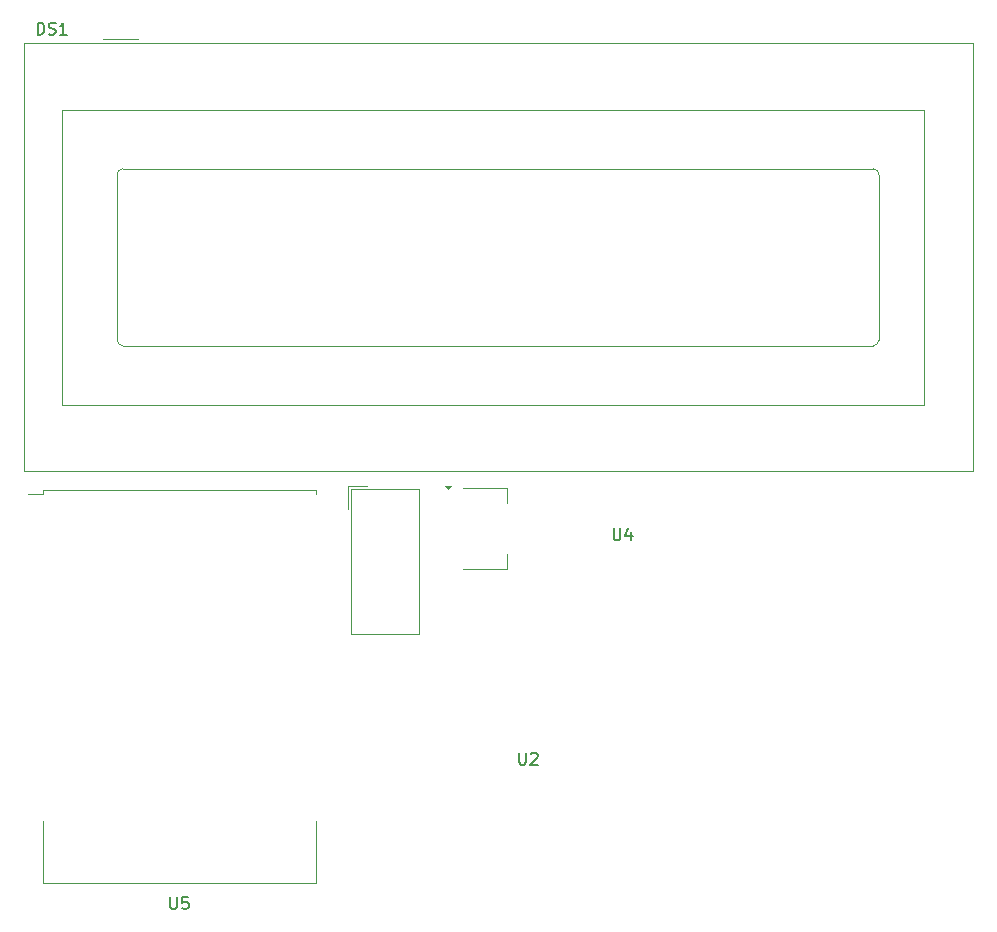
<source format=gbr>
%TF.GenerationSoftware,KiCad,Pcbnew,9.0.0*%
%TF.CreationDate,2025-04-10T22:29:10+05:30*%
%TF.ProjectId,greenhouse_control_assignment_new,67726565-6e68-46f7-9573-655f636f6e74,rev?*%
%TF.SameCoordinates,Original*%
%TF.FileFunction,Legend,Top*%
%TF.FilePolarity,Positive*%
%FSLAX46Y46*%
G04 Gerber Fmt 4.6, Leading zero omitted, Abs format (unit mm)*
G04 Created by KiCad (PCBNEW 9.0.0) date 2025-04-10 22:29:10*
%MOMM*%
%LPD*%
G01*
G04 APERTURE LIST*
%ADD10C,0.150000*%
%ADD11C,0.120000*%
G04 APERTURE END LIST*
D10*
X83188095Y-124174819D02*
X83188095Y-124984342D01*
X83188095Y-124984342D02*
X83235714Y-125079580D01*
X83235714Y-125079580D02*
X83283333Y-125127200D01*
X83283333Y-125127200D02*
X83378571Y-125174819D01*
X83378571Y-125174819D02*
X83569047Y-125174819D01*
X83569047Y-125174819D02*
X83664285Y-125127200D01*
X83664285Y-125127200D02*
X83711904Y-125079580D01*
X83711904Y-125079580D02*
X83759523Y-124984342D01*
X83759523Y-124984342D02*
X83759523Y-124174819D01*
X84711904Y-124174819D02*
X84235714Y-124174819D01*
X84235714Y-124174819D02*
X84188095Y-124651009D01*
X84188095Y-124651009D02*
X84235714Y-124603390D01*
X84235714Y-124603390D02*
X84330952Y-124555771D01*
X84330952Y-124555771D02*
X84569047Y-124555771D01*
X84569047Y-124555771D02*
X84664285Y-124603390D01*
X84664285Y-124603390D02*
X84711904Y-124651009D01*
X84711904Y-124651009D02*
X84759523Y-124746247D01*
X84759523Y-124746247D02*
X84759523Y-124984342D01*
X84759523Y-124984342D02*
X84711904Y-125079580D01*
X84711904Y-125079580D02*
X84664285Y-125127200D01*
X84664285Y-125127200D02*
X84569047Y-125174819D01*
X84569047Y-125174819D02*
X84330952Y-125174819D01*
X84330952Y-125174819D02*
X84235714Y-125127200D01*
X84235714Y-125127200D02*
X84188095Y-125079580D01*
X120738095Y-92954819D02*
X120738095Y-93764342D01*
X120738095Y-93764342D02*
X120785714Y-93859580D01*
X120785714Y-93859580D02*
X120833333Y-93907200D01*
X120833333Y-93907200D02*
X120928571Y-93954819D01*
X120928571Y-93954819D02*
X121119047Y-93954819D01*
X121119047Y-93954819D02*
X121214285Y-93907200D01*
X121214285Y-93907200D02*
X121261904Y-93859580D01*
X121261904Y-93859580D02*
X121309523Y-93764342D01*
X121309523Y-93764342D02*
X121309523Y-92954819D01*
X122214285Y-93288152D02*
X122214285Y-93954819D01*
X121976190Y-92907200D02*
X121738095Y-93621485D01*
X121738095Y-93621485D02*
X122357142Y-93621485D01*
X112738095Y-111954819D02*
X112738095Y-112764342D01*
X112738095Y-112764342D02*
X112785714Y-112859580D01*
X112785714Y-112859580D02*
X112833333Y-112907200D01*
X112833333Y-112907200D02*
X112928571Y-112954819D01*
X112928571Y-112954819D02*
X113119047Y-112954819D01*
X113119047Y-112954819D02*
X113214285Y-112907200D01*
X113214285Y-112907200D02*
X113261904Y-112859580D01*
X113261904Y-112859580D02*
X113309523Y-112764342D01*
X113309523Y-112764342D02*
X113309523Y-111954819D01*
X113738095Y-112050057D02*
X113785714Y-112002438D01*
X113785714Y-112002438D02*
X113880952Y-111954819D01*
X113880952Y-111954819D02*
X114119047Y-111954819D01*
X114119047Y-111954819D02*
X114214285Y-112002438D01*
X114214285Y-112002438D02*
X114261904Y-112050057D01*
X114261904Y-112050057D02*
X114309523Y-112145295D01*
X114309523Y-112145295D02*
X114309523Y-112240533D01*
X114309523Y-112240533D02*
X114261904Y-112383390D01*
X114261904Y-112383390D02*
X113690476Y-112954819D01*
X113690476Y-112954819D02*
X114309523Y-112954819D01*
X71965714Y-51144819D02*
X71965714Y-50144819D01*
X71965714Y-50144819D02*
X72203809Y-50144819D01*
X72203809Y-50144819D02*
X72346666Y-50192438D01*
X72346666Y-50192438D02*
X72441904Y-50287676D01*
X72441904Y-50287676D02*
X72489523Y-50382914D01*
X72489523Y-50382914D02*
X72537142Y-50573390D01*
X72537142Y-50573390D02*
X72537142Y-50716247D01*
X72537142Y-50716247D02*
X72489523Y-50906723D01*
X72489523Y-50906723D02*
X72441904Y-51001961D01*
X72441904Y-51001961D02*
X72346666Y-51097200D01*
X72346666Y-51097200D02*
X72203809Y-51144819D01*
X72203809Y-51144819D02*
X71965714Y-51144819D01*
X72918095Y-51097200D02*
X73060952Y-51144819D01*
X73060952Y-51144819D02*
X73299047Y-51144819D01*
X73299047Y-51144819D02*
X73394285Y-51097200D01*
X73394285Y-51097200D02*
X73441904Y-51049580D01*
X73441904Y-51049580D02*
X73489523Y-50954342D01*
X73489523Y-50954342D02*
X73489523Y-50859104D01*
X73489523Y-50859104D02*
X73441904Y-50763866D01*
X73441904Y-50763866D02*
X73394285Y-50716247D01*
X73394285Y-50716247D02*
X73299047Y-50668628D01*
X73299047Y-50668628D02*
X73108571Y-50621009D01*
X73108571Y-50621009D02*
X73013333Y-50573390D01*
X73013333Y-50573390D02*
X72965714Y-50525771D01*
X72965714Y-50525771D02*
X72918095Y-50430533D01*
X72918095Y-50430533D02*
X72918095Y-50335295D01*
X72918095Y-50335295D02*
X72965714Y-50240057D01*
X72965714Y-50240057D02*
X73013333Y-50192438D01*
X73013333Y-50192438D02*
X73108571Y-50144819D01*
X73108571Y-50144819D02*
X73346666Y-50144819D01*
X73346666Y-50144819D02*
X73489523Y-50192438D01*
X74441904Y-51144819D02*
X73870476Y-51144819D01*
X74156190Y-51144819D02*
X74156190Y-50144819D01*
X74156190Y-50144819D02*
X74060952Y-50287676D01*
X74060952Y-50287676D02*
X73965714Y-50382914D01*
X73965714Y-50382914D02*
X73870476Y-50430533D01*
D11*
%TO.C,U5*%
X72393000Y-89668000D02*
X72393000Y-90049000D01*
X72393000Y-90049000D02*
X71123000Y-90049000D01*
X72393000Y-117735000D02*
X72393000Y-122942000D01*
X72393000Y-122942000D02*
X95507000Y-122942000D01*
X95507000Y-89668000D02*
X72393000Y-89668000D01*
X95507000Y-90049000D02*
X95507000Y-89668000D01*
X95507000Y-122942000D02*
X95507000Y-117735000D01*
%TO.C,U4*%
X107990000Y-89560000D02*
X111750000Y-89560000D01*
X107990000Y-96380000D02*
X111750000Y-96380000D01*
X111750000Y-89560000D02*
X111750000Y-90820000D01*
X111750000Y-96380000D02*
X111750000Y-95120000D01*
X106710000Y-89660000D02*
X106470000Y-89330000D01*
X106950000Y-89330000D01*
X106710000Y-89660000D01*
G36*
X106710000Y-89660000D02*
G01*
X106470000Y-89330000D01*
X106950000Y-89330000D01*
X106710000Y-89660000D01*
G37*
%TO.C,U2*%
X98235000Y-89330000D02*
X98235000Y-91330000D01*
X98235000Y-89330000D02*
X99845000Y-89330000D01*
X98515000Y-101870000D02*
X98515000Y-89620000D01*
X98525000Y-89610000D02*
X104265000Y-89610000D01*
X104275000Y-89610000D02*
X104275000Y-101870000D01*
X104275000Y-101870000D02*
X98515000Y-101870000D01*
%TO.C,DS1*%
X70860000Y-51860000D02*
X70860000Y-88140000D01*
X70860000Y-88140000D02*
X151140000Y-88140000D01*
X70870000Y-51860000D02*
X71660000Y-51860000D01*
X74000000Y-57500000D02*
X147000000Y-57500000D01*
X74000000Y-82500000D02*
X74000000Y-57500000D01*
X77500000Y-51500000D02*
X80500000Y-51500000D01*
X78700280Y-76999320D02*
X78700280Y-63000000D01*
X79200000Y-62500000D02*
X142700000Y-62500000D01*
X142700660Y-77500000D02*
X79200000Y-77500000D01*
X143200000Y-63000000D02*
X143200000Y-77000000D01*
X147000000Y-57500000D02*
X147000000Y-82500000D01*
X147000000Y-82500000D02*
X74000000Y-82500000D01*
X151140000Y-51860000D02*
X71660000Y-51860000D01*
X151140000Y-88140000D02*
X151140000Y-51860000D01*
X78700280Y-62998840D02*
G75*
G02*
X79200660Y-62498460I500380J0D01*
G01*
X79200660Y-77499700D02*
G75*
G02*
X78700280Y-76999320I0J500380D01*
G01*
X142700000Y-62500000D02*
G75*
G02*
X143200000Y-63000000I0J-500000D01*
G01*
X143201040Y-76999320D02*
G75*
G02*
X142700660Y-77499640I-500340J20D01*
G01*
%TD*%
M02*

</source>
